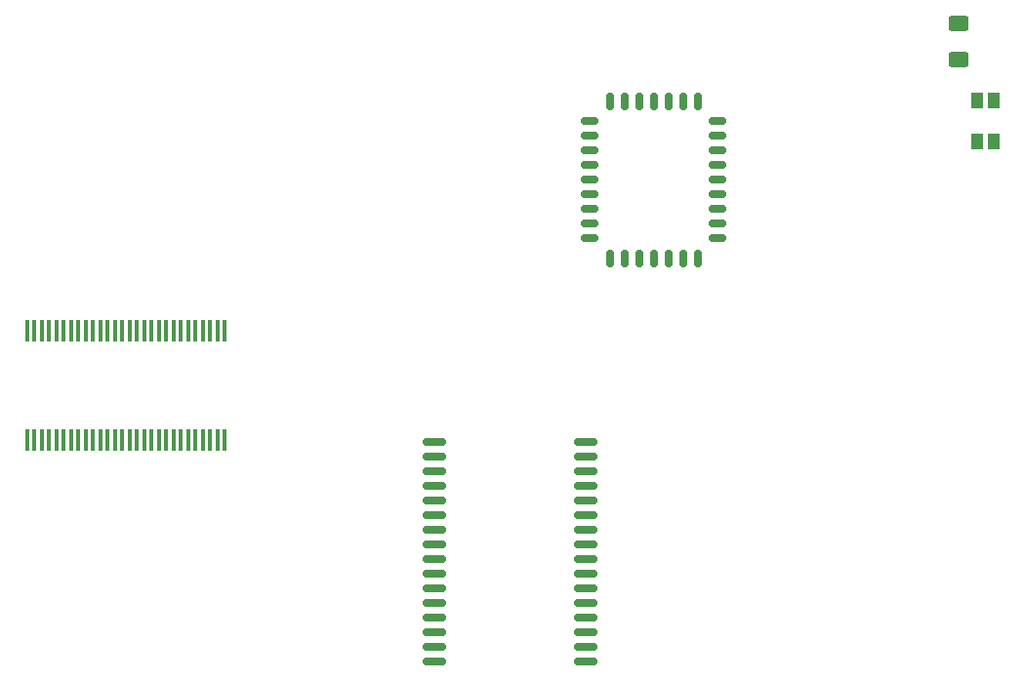
<source format=gbr>
%TF.GenerationSoftware,KiCad,Pcbnew,(6.0.4-0)*%
%TF.CreationDate,2022-05-20T22:02:18+01:00*%
%TF.ProjectId,8088_cpu_card,38303838-5f63-4707-955f-636172642e6b,rev?*%
%TF.SameCoordinates,Original*%
%TF.FileFunction,Paste,Top*%
%TF.FilePolarity,Positive*%
%FSLAX46Y46*%
G04 Gerber Fmt 4.6, Leading zero omitted, Abs format (unit mm)*
G04 Created by KiCad (PCBNEW (6.0.4-0)) date 2022-05-20 22:02:18*
%MOMM*%
%LPD*%
G01*
G04 APERTURE LIST*
G04 Aperture macros list*
%AMRoundRect*
0 Rectangle with rounded corners*
0 $1 Rounding radius*
0 $2 $3 $4 $5 $6 $7 $8 $9 X,Y pos of 4 corners*
0 Add a 4 corners polygon primitive as box body*
4,1,4,$2,$3,$4,$5,$6,$7,$8,$9,$2,$3,0*
0 Add four circle primitives for the rounded corners*
1,1,$1+$1,$2,$3*
1,1,$1+$1,$4,$5*
1,1,$1+$1,$6,$7*
1,1,$1+$1,$8,$9*
0 Add four rect primitives between the rounded corners*
20,1,$1+$1,$2,$3,$4,$5,0*
20,1,$1+$1,$4,$5,$6,$7,0*
20,1,$1+$1,$6,$7,$8,$9,0*
20,1,$1+$1,$8,$9,$2,$3,0*%
G04 Aperture macros list end*
%ADD10RoundRect,0.150000X0.150000X0.587500X-0.150000X0.587500X-0.150000X-0.587500X0.150000X-0.587500X0*%
%ADD11RoundRect,0.150000X0.587500X0.150000X-0.587500X0.150000X-0.587500X-0.150000X0.587500X-0.150000X0*%
%ADD12RoundRect,0.150000X0.875000X0.150000X-0.875000X0.150000X-0.875000X-0.150000X0.875000X-0.150000X0*%
%ADD13R,0.435000X1.900000*%
%ADD14R,1.050000X1.400000*%
%ADD15RoundRect,0.250000X-0.625000X0.400000X-0.625000X-0.400000X0.625000X-0.400000X0.625000X0.400000X0*%
G04 APERTURE END LIST*
D10*
%TO.C,J4*%
X158496000Y-86212500D03*
X159766000Y-86212500D03*
X161036000Y-86212500D03*
X162306000Y-86212500D03*
D11*
X164058500Y-84455000D03*
X164058500Y-83185000D03*
X164058500Y-81915000D03*
X164058500Y-80645000D03*
X164058500Y-79375000D03*
X164058500Y-78105000D03*
X164058500Y-76835000D03*
X164058500Y-75565000D03*
X164058500Y-74295000D03*
D10*
X162306000Y-72537500D03*
X161036000Y-72537500D03*
X159766000Y-72537500D03*
X158496000Y-72537500D03*
X157226000Y-72537500D03*
X155956000Y-72537500D03*
X154686000Y-72537500D03*
D11*
X152933500Y-74295000D03*
X152933500Y-75565000D03*
X152933500Y-76835000D03*
X152933500Y-78105000D03*
X152933500Y-79375000D03*
X152933500Y-80645000D03*
X152933500Y-81915000D03*
X152933500Y-83185000D03*
X152933500Y-84455000D03*
D10*
X154686000Y-86212500D03*
X155956000Y-86212500D03*
X157226000Y-86212500D03*
%TD*%
D12*
%TO.C,U3*%
X152600000Y-121158000D03*
X152600000Y-119888000D03*
X152600000Y-118618000D03*
X152600000Y-117348000D03*
X152600000Y-116078000D03*
X152600000Y-114808000D03*
X152600000Y-113538000D03*
X152600000Y-112268000D03*
X152600000Y-110998000D03*
X152600000Y-109728000D03*
X152600000Y-108458000D03*
X152600000Y-107188000D03*
X152600000Y-105918000D03*
X152600000Y-104648000D03*
X152600000Y-103378000D03*
X152600000Y-102108000D03*
X139500000Y-102108000D03*
X139500000Y-103378000D03*
X139500000Y-104648000D03*
X139500000Y-105918000D03*
X139500000Y-107188000D03*
X139500000Y-108458000D03*
X139500000Y-109728000D03*
X139500000Y-110998000D03*
X139500000Y-112268000D03*
X139500000Y-113538000D03*
X139500000Y-114808000D03*
X139500000Y-116078000D03*
X139500000Y-117348000D03*
X139500000Y-118618000D03*
X139500000Y-119888000D03*
X139500000Y-121158000D03*
%TD*%
D13*
%TO.C,U1*%
X104140000Y-101969000D03*
X104774000Y-101969000D03*
X105410000Y-101969000D03*
X106044000Y-101969000D03*
X106680000Y-101969000D03*
X107314000Y-101969000D03*
X107950000Y-101969000D03*
X108584000Y-101969000D03*
X109220000Y-101969000D03*
X109854000Y-101969000D03*
X110490000Y-101969000D03*
X111124000Y-101969000D03*
X111760000Y-101969000D03*
X112394000Y-101969000D03*
X113030000Y-101969000D03*
X113664000Y-101969000D03*
X114300000Y-101969000D03*
X114934000Y-101969000D03*
X115570000Y-101969000D03*
X116204000Y-101969000D03*
X116840000Y-101969000D03*
X117474000Y-101969000D03*
X118110000Y-101969000D03*
X118744000Y-101969000D03*
X119380000Y-101969000D03*
X120014000Y-101969000D03*
X120650000Y-101969000D03*
X121284000Y-101969000D03*
X121284000Y-92469000D03*
X120650000Y-92469000D03*
X120014000Y-92469000D03*
X119380000Y-92469000D03*
X118744000Y-92469000D03*
X118110000Y-92469000D03*
X117474000Y-92469000D03*
X116840000Y-92469000D03*
X116204000Y-92469000D03*
X115570000Y-92469000D03*
X114934000Y-92469000D03*
X114300000Y-92469000D03*
X113664000Y-92469000D03*
X113030000Y-92469000D03*
X112394000Y-92469000D03*
X111760000Y-92469000D03*
X111124000Y-92469000D03*
X110490000Y-92469000D03*
X109854000Y-92469000D03*
X109220000Y-92469000D03*
X108584000Y-92469000D03*
X107950000Y-92469000D03*
X107314000Y-92469000D03*
X106680000Y-92469000D03*
X106044000Y-92469000D03*
X105410000Y-92469000D03*
X104774000Y-92469000D03*
X104140000Y-92469000D03*
%TD*%
D14*
%TO.C,SW1*%
X186581500Y-72447500D03*
X186581500Y-76047500D03*
X188021500Y-72447500D03*
X188021500Y-76047500D03*
%TD*%
D15*
%TO.C,R1*%
X184959500Y-65839500D03*
X184959500Y-68939500D03*
%TD*%
M02*

</source>
